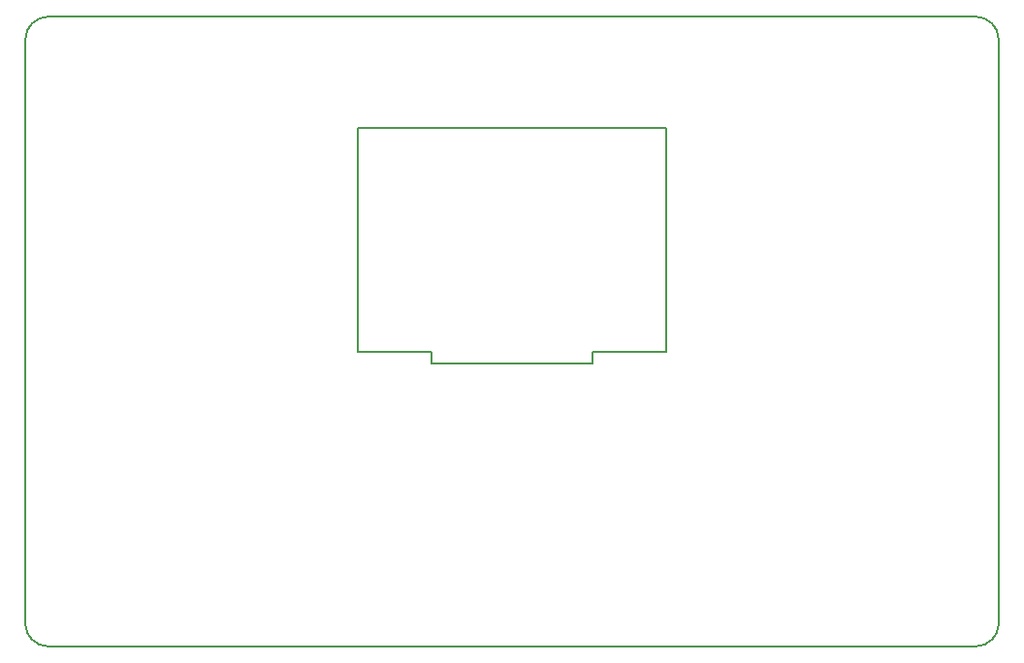
<source format=gbr>
%TF.GenerationSoftware,KiCad,Pcbnew,7.0.10*%
%TF.CreationDate,2024-02-06T18:38:26-08:00*%
%TF.ProjectId,main_board,6d61696e-5f62-46f6-9172-642e6b696361,rev?*%
%TF.SameCoordinates,Original*%
%TF.FileFunction,Profile,NP*%
%FSLAX46Y46*%
G04 Gerber Fmt 4.6, Leading zero omitted, Abs format (unit mm)*
G04 Created by KiCad (PCBNEW 7.0.10) date 2024-02-06 18:38:26*
%MOMM*%
%LPD*%
G01*
G04 APERTURE LIST*
%TA.AperFunction,Profile*%
%ADD10C,0.150000*%
%TD*%
G04 APERTURE END LIST*
D10*
X2000000Y55000000D02*
G75*
G03*
X0Y53000000I0J-2000000D01*
G01*
X83000000Y0D02*
G75*
G03*
X85000000Y2000000I0J2000000D01*
G01*
X49500000Y25700000D02*
X56000000Y25700000D01*
X2000000Y0D02*
X83000000Y0D01*
X2000000Y55000000D02*
X83000000Y55000000D01*
X0Y2000000D02*
X0Y53000000D01*
X56000000Y45300000D02*
X56000000Y25700000D01*
X85000000Y53000000D02*
G75*
G03*
X83000000Y55000000I-2000000J0D01*
G01*
X35500000Y25700000D02*
X35500000Y24700000D01*
X35500000Y25700000D02*
X29000000Y25700000D01*
X29000000Y45300000D02*
X29000000Y25700000D01*
X29000000Y45300000D02*
X56000000Y45300000D01*
X49500000Y24700000D02*
X49500000Y25700000D01*
X0Y2000000D02*
G75*
G03*
X2000000Y0I2000000J0D01*
G01*
X85000000Y53000000D02*
X85000000Y2000000D01*
X35500000Y24700000D02*
X49500000Y24700000D01*
M02*

</source>
